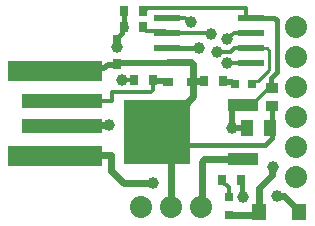
<source format=gbr>
%TF.GenerationSoftware,KiCad,Pcbnew,8.0.8+dfsg-1*%
%TF.CreationDate,2025-02-13T13:44:32+01:00*%
%TF.ProjectId,DigiKitkat,44696769-4b69-4746-9b61-742e6b696361,rev?*%
%TF.SameCoordinates,Original*%
%TF.FileFunction,Copper,L1,Top*%
%TF.FilePolarity,Positive*%
%FSLAX46Y46*%
G04 Gerber Fmt 4.6, Leading zero omitted, Abs format (unit mm)*
G04 Created by KiCad (PCBNEW 8.0.8+dfsg-1) date 2025-02-13 13:44:32*
%MOMM*%
%LPD*%
G01*
G04 APERTURE LIST*
%TA.AperFunction,ComponentPad*%
%ADD10C,1.869000*%
%TD*%
%TA.AperFunction,SMDPad,CuDef*%
%ADD11R,1.200000X1.400000*%
%TD*%
%TA.AperFunction,SMDPad,CuDef*%
%ADD12R,1.000000X1.400000*%
%TD*%
%TA.AperFunction,SMDPad,CuDef*%
%ADD13R,8.000000X1.800000*%
%TD*%
%TA.AperFunction,SMDPad,CuDef*%
%ADD14R,6.800000X1.200000*%
%TD*%
%TA.AperFunction,SMDPad,CuDef*%
%ADD15R,0.700000X0.889000*%
%TD*%
%TA.AperFunction,SMDPad,CuDef*%
%ADD16R,0.800100X0.800100*%
%TD*%
%TA.AperFunction,SMDPad,CuDef*%
%ADD17R,1.100000X0.889000*%
%TD*%
%TA.AperFunction,SMDPad,CuDef*%
%ADD18R,2.500000X1.000000*%
%TD*%
%TA.AperFunction,SMDPad,CuDef*%
%ADD19R,5.600000X5.400000*%
%TD*%
%TA.AperFunction,SMDPad,CuDef*%
%ADD20R,2.250010X0.630000*%
%TD*%
%TA.AperFunction,SMDPad,CuDef*%
%ADD21R,0.800000X0.900000*%
%TD*%
%TA.AperFunction,SMDPad,CuDef*%
%ADD22R,0.900000X0.800000*%
%TD*%
%TA.AperFunction,ViaPad*%
%ADD23C,1.000000*%
%TD*%
%TA.AperFunction,Conductor*%
%ADD24C,0.600000*%
%TD*%
%TA.AperFunction,Conductor*%
%ADD25C,0.400000*%
%TD*%
%TA.AperFunction,Conductor*%
%ADD26C,0.300000*%
%TD*%
%TA.AperFunction,Conductor*%
%ADD27C,0.500000*%
%TD*%
%TA.AperFunction,Conductor*%
%ADD28C,0.254000*%
%TD*%
G04 APERTURE END LIST*
D10*
%TO.P,J2,1*%
%TO.N,VIN*%
X151914300Y-112762500D03*
%TO.P,J2,2*%
%TO.N,GND*%
X149374300Y-112762500D03*
%TO.P,J2,3*%
%TO.N,VCC5V*%
X146834300Y-112762500D03*
%TD*%
%TO.P,J1,1*%
%TO.N,NetJ1_1*%
X159978730Y-97507560D03*
%TO.P,J1,2*%
%TO.N,D_P*%
X159978730Y-100047560D03*
%TO.P,J1,3*%
%TO.N,D_N*%
X159978730Y-102587560D03*
%TO.P,J1,4*%
%TO.N,NetJ1_4*%
X159978730Y-105127560D03*
%TO.P,J1,5*%
%TO.N,MISO*%
X159978730Y-107667560D03*
%TO.P,J1,6*%
%TO.N,NetJ1_6*%
X159978730Y-110207560D03*
%TD*%
D11*
%TO.P,D3,1*%
%TO.N,VCC5V*%
X156786500Y-113191100D03*
%TO.P,D3,2*%
%TO.N,NetCN1_1*%
X160186500Y-113191100D03*
%TD*%
D12*
%TO.P,C1,1*%
%TO.N,VCC5V*%
X155826110Y-106036870D03*
%TO.P,C1,2*%
%TO.N,GND*%
X157772120Y-106036870D03*
%TD*%
D13*
%TO.P,CN1,4*%
%TO.N,GND*%
X139534000Y-101263710D03*
D14*
%TO.P,CN1,3*%
%TO.N,NetCN1_3*%
X140134000Y-103783810D03*
%TO.P,CN1,2*%
%TO.N,NetCN1_2*%
X140134000Y-105856910D03*
D13*
%TO.P,CN1,1*%
%TO.N,NetCN1_1*%
X139534000Y-108396900D03*
%TD*%
D15*
%TO.P,R5,2*%
%TO.N,GND*%
X155303070Y-110481990D03*
%TO.P,R5,1*%
%TO.N,NetLED1_C*%
X153663060Y-110481990D03*
%TD*%
%TO.P,R4,1*%
%TO.N,NetLED2_C*%
X153800850Y-102061460D03*
%TO.P,R4,2*%
%TO.N,GND*%
X152160850Y-102061460D03*
%TD*%
%TO.P,R3,2*%
%TO.N,NetCN1_3*%
X147852820Y-101984680D03*
%TO.P,R3,1*%
%TO.N,D_P*%
X146212820Y-101984680D03*
%TD*%
%TO.P,R2,1*%
%TO.N,NetCN1_2*%
X145394600Y-97516440D03*
%TO.P,R2,2*%
%TO.N,D_N*%
X147034600Y-97516440D03*
%TD*%
%TO.P,R1,2*%
%TO.N,VCC5V*%
X147039900Y-96135840D03*
%TO.P,R1,1*%
%TO.N,NetCN1_2*%
X145399900Y-96135840D03*
%TD*%
D16*
%TO.P,LED2,A*%
%TO.N,MISO*%
X156254140Y-102318180D03*
%TO.P,LED2,C*%
%TO.N,NetLED2_C*%
X154754010Y-102318180D03*
%TD*%
%TO.P,LED1,A*%
%TO.N,VCC5V*%
X154249970Y-113376450D03*
%TO.P,LED1,C*%
%TO.N,NetLED1_C*%
X154249970Y-111876330D03*
%TD*%
D17*
%TO.P,C2,1*%
%TO.N,VCC5V*%
X157904430Y-102630580D03*
%TO.P,C2,2*%
%TO.N,GND*%
X157904430Y-104210580D03*
%TD*%
D18*
%TO.P,U1,2*%
%TO.N,VCC5V*%
X155462210Y-104125200D03*
%TO.P,U1,1*%
%TO.N,VIN*%
X155462210Y-108685010D03*
D19*
%TO.P,U1,3*%
%TO.N,GND*%
X148221420Y-106405100D03*
%TD*%
D20*
%TO.P,U2,1*%
%TO.N,NetJ1_1*%
X149060180Y-96715530D03*
%TO.P,U2,2*%
%TO.N,D_N*%
X149060180Y-97985530D03*
%TO.P,U2,3*%
%TO.N,D_P*%
X149060180Y-99255530D03*
%TO.P,U2,4*%
%TO.N,GND*%
X149060180Y-100525530D03*
%TO.P,U2,8*%
%TO.N,VCC5V*%
X156120360Y-96715530D03*
%TO.P,U2,7*%
%TO.N,NetJ1_4*%
X156120360Y-97985530D03*
%TO.P,U2,6*%
%TO.N,MISO*%
X156120360Y-99255530D03*
%TO.P,U2,5*%
%TO.N,NetJ1_6*%
X156120360Y-100525530D03*
%TD*%
D21*
%TO.P,D1,K*%
%TO.N,NetCN1_2*%
X144831020Y-98592130D03*
%TO.P,D1,A*%
%TO.N,GND*%
X144831020Y-100592130D03*
%TD*%
D22*
%TO.P,D2,K*%
%TO.N,NetCN1_3*%
X149115230Y-102158670D03*
%TO.P,D2,A*%
%TO.N,GND*%
X151115230Y-102158670D03*
%TD*%
D23*
%TO.N,NetCN1_2*%
X144775100Y-99222000D03*
%TO.N,GND*%
X155481400Y-111867600D03*
%TO.N,NetCN1_1*%
X158383300Y-111770300D03*
%TO.N,NetCN1_2*%
X144124700Y-105799200D03*
%TO.N,D_P*%
X145235000Y-101984600D03*
%TO.N,NetCN1_1*%
X147879100Y-110747900D03*
%TO.N,VCC5V*%
X154573300Y-106062500D03*
X157986400Y-109389000D03*
%TO.N,NetJ1_1*%
X151041100Y-97046200D03*
%TO.N,NetJ1_6*%
X154097100Y-100578400D03*
%TO.N,MISO*%
X153303300Y-99586200D03*
%TO.N,D_N*%
X152787400Y-98078100D03*
%TO.N,D_P*%
X151755500Y-99268700D03*
%TO.N,NetJ1_4*%
X154136700Y-98554300D03*
%TD*%
D24*
%TO.N,NetCN1_1*%
X158459840Y-111846840D02*
X158942230Y-111846840D01*
X160186500Y-113191100D02*
X160186500Y-113091100D01*
X158942230Y-111846840D02*
X160186500Y-113091100D01*
X158383300Y-111770300D02*
X158459840Y-111846840D01*
D25*
%TO.N,VCC5V*%
X157865500Y-102591650D02*
X157982180Y-102708330D01*
D26*
X157765430Y-102925080D02*
X157982180Y-102708330D01*
D25*
X158315500Y-101338100D02*
X158315500Y-96891270D01*
X157865500Y-102591650D02*
X157865500Y-101838100D01*
X157865500Y-101838100D02*
X158315500Y-101338100D01*
D24*
%TO.N,GND*%
X148221420Y-106405100D02*
X148321420Y-106405100D01*
X150721420Y-104005100D02*
X150721420Y-103905100D01*
X151265500Y-103361020D02*
X151265500Y-102085060D01*
D25*
X148021420Y-106605100D02*
X148904420Y-107488100D01*
D24*
X148321420Y-106405100D02*
X150721420Y-104005100D01*
X150721420Y-103905100D02*
X151265500Y-103361020D01*
D27*
%TO.N,VCC5V*%
X154533600Y-106293400D02*
X154533600Y-104626500D01*
%TO.N,GND*%
X144631020Y-100692130D02*
X144781020Y-100542130D01*
X144781020Y-100547500D02*
X148620200Y-100547500D01*
X139534000Y-101263710D02*
X139809610Y-100988100D01*
X139809610Y-100988100D02*
X143715500Y-100988100D01*
X144781020Y-100542130D02*
X144781020Y-100492130D01*
X144011470Y-100692130D02*
X144631020Y-100692130D01*
X143715500Y-100988100D02*
X144011470Y-100692130D01*
%TO.N,VCC5V*%
X154586120Y-106049690D02*
X155787660Y-106049690D01*
X154573300Y-106062500D02*
X154586120Y-106049690D01*
X155787660Y-106049690D02*
X155800480Y-106062500D01*
D24*
X157909870Y-110011030D02*
X157909870Y-109465540D01*
X157909870Y-109465540D02*
X157986400Y-109389000D01*
X156786500Y-111134390D02*
X157909870Y-110011030D01*
X156786500Y-113191100D02*
X156786500Y-111134390D01*
D26*
%TO.N,D_P*%
X145246700Y-101967500D02*
X146212820Y-101967500D01*
%TO.N,D_N*%
X147234610Y-97810940D02*
X147443280Y-97810940D01*
X147184600Y-97760940D02*
X147184600Y-97516440D01*
X147838950Y-97811550D02*
X147847930Y-97820540D01*
X147443880Y-97811550D02*
X147838950Y-97811550D01*
X147184600Y-97760940D02*
X147234610Y-97810940D01*
X147443280Y-97810940D02*
X147443880Y-97811550D01*
X148895180Y-97820540D02*
X149106460Y-98031820D01*
X147847930Y-97820540D02*
X148895180Y-97820540D01*
%TO.N,MISO*%
X154721100Y-99303500D02*
X156072390Y-99303500D01*
X153319200Y-99602100D02*
X154422500Y-99602100D01*
X154422500Y-99602100D02*
X154721100Y-99303500D01*
X156072390Y-99303500D02*
X156120360Y-99255530D01*
%TO.N,VCC5V*%
X156562210Y-103756560D02*
X157393700Y-102925080D01*
X156562210Y-103775200D02*
X156562210Y-103756560D01*
X156212210Y-104125200D02*
X156562210Y-103775200D01*
X157393700Y-102925080D02*
X157765430Y-102925080D01*
X155462210Y-104125200D02*
X156212210Y-104125200D01*
%TO.N,NetLED2_C*%
X154613000Y-102443700D02*
X154613000Y-102273860D01*
X153779600Y-102007200D02*
X153937220Y-102164820D01*
X154503960Y-102164820D02*
X154613000Y-102273860D01*
D27*
X153937220Y-102164820D02*
X154503960Y-102164820D01*
D24*
%TO.N,VCC5V*%
X156601150Y-113376450D02*
X156786500Y-113191100D01*
X154249970Y-113376450D02*
X156601150Y-113376450D01*
D28*
%TO.N,MISO*%
X156758470Y-102045130D02*
X157665500Y-101138100D01*
X156254140Y-102318180D02*
X156527190Y-102045130D01*
X156527190Y-102045130D02*
X156758470Y-102045130D01*
X156120360Y-99255530D02*
X156152930Y-99288100D01*
X156152930Y-99288100D02*
X157465500Y-99288100D01*
X157665500Y-101138100D02*
X157665500Y-99488100D01*
X157465500Y-99288100D02*
X157665500Y-99488100D01*
D25*
%TO.N,VCC5V*%
X158139770Y-96715530D02*
X158315500Y-96891270D01*
X155857500Y-96715530D02*
X158139770Y-96715530D01*
D24*
%TO.N,GND*%
X151265500Y-102085060D02*
X151265500Y-100663840D01*
D25*
X151188830Y-102085060D02*
X151265500Y-102085060D01*
D24*
X151265500Y-102085060D02*
X152087240Y-102085060D01*
D25*
X151115230Y-102158670D02*
X151188830Y-102085060D01*
X152087240Y-102085060D02*
X152160850Y-102011460D01*
X148904420Y-107488100D02*
X149374300Y-107957980D01*
X157954430Y-106899170D02*
X157954430Y-104210580D01*
X148904420Y-107488100D02*
X157365500Y-107488100D01*
X157365500Y-107488100D02*
X157954430Y-106899170D01*
D26*
%TO.N,NetLED1_C*%
X153863070Y-110776490D02*
X153957560Y-110776490D01*
X154249970Y-111876330D02*
X154249970Y-111068900D01*
X153957560Y-110776490D02*
X154249970Y-111068900D01*
X153663060Y-110576490D02*
X153863070Y-110776490D01*
X153663060Y-110576490D02*
X153663060Y-110481990D01*
D24*
%TO.N,GND*%
X149097610Y-100488100D02*
X151089760Y-100488100D01*
X151089760Y-100488100D02*
X151265500Y-100663840D01*
D25*
X149060180Y-100525530D02*
X149097610Y-100488100D01*
D26*
%TO.N,NetCN1_3*%
X147852820Y-101984680D02*
X147858770Y-101990640D01*
X147858770Y-101990640D02*
X147939810Y-102071680D01*
X149178240Y-102071680D02*
X149265230Y-102158670D01*
D27*
X147939810Y-102071680D02*
X149178240Y-102071680D01*
D24*
%TO.N,GND*%
X149374300Y-112762500D02*
X149374300Y-107957980D01*
%TO.N,VIN*%
X151965500Y-112711300D02*
X151965500Y-108922420D01*
X152199820Y-108688100D02*
X155459120Y-108688100D01*
X151914300Y-112762500D02*
X151965500Y-112711300D01*
X151965500Y-108922420D02*
X152199820Y-108688100D01*
X155459120Y-108688100D02*
X155462210Y-108685010D01*
D25*
%TO.N,D_P*%
X149066760Y-99262120D02*
X151748920Y-99262120D01*
X151748920Y-99262120D02*
X151755500Y-99268700D01*
X149060180Y-99255530D02*
X149066760Y-99262120D01*
D26*
%TO.N,NetJ1_6*%
X156093920Y-100551970D02*
X156120360Y-100525530D01*
X154123540Y-100551970D02*
X156093920Y-100551970D01*
X154097100Y-100578400D02*
X154123540Y-100551970D01*
%TO.N,MISO*%
X153303300Y-99586200D02*
X153319200Y-99602100D01*
%TO.N,NetJ1_4*%
X154136700Y-98554300D02*
X154705470Y-97985530D01*
X154705470Y-97985530D02*
X156120360Y-97985530D01*
%TO.N,D_N*%
X149106460Y-98031820D02*
X152741120Y-98031820D01*
X152741120Y-98031820D02*
X152787400Y-98078100D01*
%TO.N,NetJ1_1*%
X149060180Y-96715530D02*
X150542010Y-96715530D01*
X150542010Y-96715530D02*
X150872680Y-97046200D01*
X150872680Y-97046200D02*
X151041100Y-97046200D01*
%TO.N,VCC5V*%
X155692500Y-96550540D02*
X155857500Y-96715530D01*
X155692500Y-96550540D02*
X155692500Y-95919100D01*
X147432850Y-95892900D02*
X155666300Y-95892900D01*
X155666300Y-95892900D02*
X155692500Y-95919100D01*
X147189900Y-96135840D02*
X147432850Y-95892900D01*
D25*
%TO.N,NetCN1_2*%
X145244600Y-97978550D02*
X145244600Y-97760940D01*
X144781020Y-98492130D02*
X144781020Y-98442130D01*
X145489100Y-97516440D02*
X145544600Y-97516440D01*
X145397250Y-97369100D02*
X145544600Y-97516440D01*
X145244600Y-97760940D02*
X145489100Y-97516440D01*
X145397250Y-97369100D02*
X145397250Y-96138490D01*
X144781020Y-98442130D02*
X145244600Y-97978550D01*
D26*
%TO.N,NetCN1_3*%
X147709980Y-102959700D02*
X147858770Y-102810910D01*
X147858770Y-102810910D02*
X147858770Y-101990640D01*
D25*
%TO.N,GND*%
X155406700Y-111810000D02*
X155406700Y-110738400D01*
D27*
%TO.N,VCC5V*%
X154533600Y-104626500D02*
X154573300Y-104586900D01*
D26*
%TO.N,NetCN1_3*%
X144413300Y-102959700D02*
X147709980Y-102959700D01*
X144413300Y-103753400D02*
X144413300Y-102959700D01*
X143381400Y-103753400D02*
X144413300Y-103753400D01*
D24*
%TO.N,NetCN1_2*%
X143103600Y-105698100D02*
X143183000Y-105777500D01*
X143183000Y-105777500D02*
X144175200Y-105777500D01*
%TO.N,NetCN1_1*%
X142825800Y-108396900D02*
X142865500Y-108357200D01*
X142865500Y-108357200D02*
X144294300Y-108357200D01*
X144294300Y-109666900D02*
X144294300Y-108357200D01*
X144294300Y-109666900D02*
X145365800Y-110738400D01*
X145365800Y-110738400D02*
X147866100Y-110738400D01*
%TD*%
M02*

</source>
